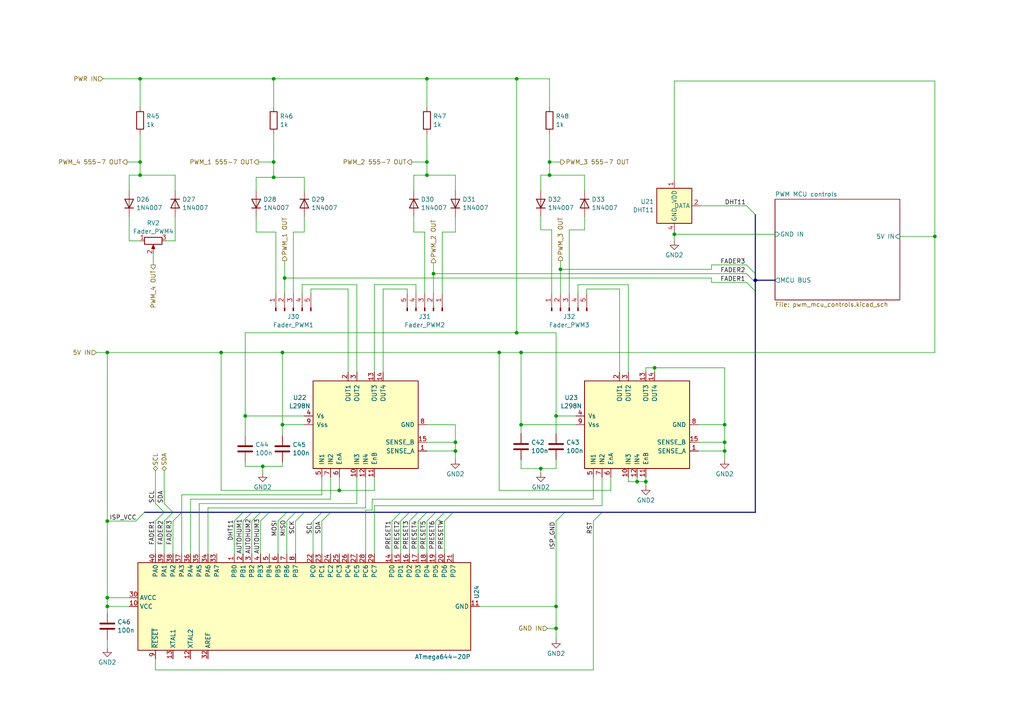
<source format=kicad_sch>
(kicad_sch (version 20230121) (generator eeschema)
  (paper "A4")
  (title_block (title "Astrobox") (date "2024-04-13") (rev "2"))
  (lib_symbols
    (symbol "Connector:Conn_01x05_Pin" (pin_names (offset 1.016) hide)
      (property "Reference" "J" (at 0 7.62 0))
      (property "Value" "Conn_01x05_Pin" (at 0 -7.62 0))
      (symbol "Conn_01x05_Pin_1_1"
        (polyline (pts (xy 1.27 -5.08) (xy 0.8636 -5.08)) (stroke (width 0.1524)))
        (polyline (pts (xy 1.27 -2.54) (xy 0.8636 -2.54)) (stroke (width 0.1524)))
        (polyline (pts (xy 1.27 0) (xy 0.8636 0)) (stroke (width 0.1524)))
        (polyline (pts (xy 1.27 2.54) (xy 0.8636 2.54)) (stroke (width 0.1524)))
        (polyline (pts (xy 1.27 5.08) (xy 0.8636 5.08)) (stroke (width 0.1524)))
        (rectangle (start 0.8636 -4.953) (end 0 -5.207) (stroke (width 0.1524)) (fill (type outline)))
        (rectangle (start 0.8636 -2.413) (end 0 -2.667) (stroke (width 0.1524)) (fill (type outline)))
        (rectangle (start 0.8636 0.127) (end 0 -0.127) (stroke (width 0.1524)) (fill (type outline)))
        (rectangle (start 0.8636 2.667) (end 0 2.413) (stroke (width 0.1524)) (fill (type outline)))
        (rectangle (start 0.8636 5.207) (end 0 4.953) (stroke (width 0.1524)) (fill (type outline)))
        (pin passive line (at 5.08 5.08 180) (length 3.81) (name "Pin_1") (number "1"))
        (pin passive line (at 5.08 2.54 180) (length 3.81) (name "Pin_2") (number "2"))
        (pin passive line (at 5.08 0 180) (length 3.81) (name "Pin_3") (number "3"))
        (pin passive line (at 5.08 -2.54 180) (length 3.81) (name "Pin_4") (number "4"))
        (pin passive line (at 5.08 -5.08 180) (length 3.81) (name "Pin_5") (number "5"))
      )
    )
    (symbol "Device:C" (pin_numbers hide) (pin_names (offset 0.254))
      (property "Reference" "C" (at 0.635 2.54 0))
      (property "Value" "C" (at 0.635 -2.54 0))
      (symbol "C_0_1"
        (polyline (pts (xy -2.032 -0.762) (xy 2.032 -0.762)) (stroke (width 0.508)))
        (polyline (pts (xy -2.032 0.762) (xy 2.032 0.762)) (stroke (width 0.508)))
      )
      (symbol "C_1_1"
        (pin passive line (at 0 3.81 270) (length 2.794) (name "~") (number "1"))
        (pin passive line (at 0 -3.81 90) (length 2.794) (name "~") (number "2"))
      )
    )
    (symbol "Device:R" (pin_numbers hide) (pin_names (offset 0))
      (property "Reference" "R" (at 2.032 0 90))
      (property "Value" "R" (at 0 0 90))
      (symbol "R_0_1"
        (rectangle (start -1.016 -2.54) (end 1.016 2.54) (stroke (width 0.254)))
      )
      (symbol "R_1_1"
        (pin passive line (at 0 3.81 270) (length 1.27) (name "~") (number "1"))
        (pin passive line (at 0 -3.81 90) (length 1.27) (name "~") (number "2"))
      )
    )
    (symbol "Device:R_Potentiometer" (pin_names (offset 1.016) hide)
      (property "Reference" "RV" (at -4.445 0 90))
      (property "Value" "R_Potentiometer" (at -2.54 0 90))
      (symbol "R_Potentiometer_0_1"
        (polyline (pts (xy 2.54 0) (xy 1.524 0)))
        (polyline (pts (xy 1.143 0) (xy 2.286 0.508) (xy 2.286 -0.508) (xy 1.143 0)) (fill (type outline)))
        (rectangle (start 1.016 2.54) (end -1.016 -2.54) (stroke (width 0.254)))
      )
      (symbol "R_Potentiometer_1_1"
        (pin passive line (at 0 3.81 270) (length 1.27) (name "1") (number "1"))
        (pin passive line (at 3.81 0 180) (length 1.27) (name "2") (number "2"))
        (pin passive line (at 0 -3.81 90) (length 1.27) (name "3") (number "3"))
      )
    )
    (symbol "Diode:1N4007" (pin_numbers hide) (pin_names hide)
      (property "Reference" "D" (at 0 2.54 0))
      (property "Value" "1N4007" (at 0 -2.54 0))
      (symbol "1N4007_0_1"
        (polyline (pts (xy -1.27 1.27) (xy -1.27 -1.27)) (stroke (width 0.254)))
        (polyline (pts (xy 1.27 0) (xy -1.27 0)))
        (polyline (pts (xy 1.27 1.27) (xy 1.27 -1.27) (xy -1.27 0) (xy 1.27 1.27)) (stroke (width 0.254)))
      )
      (symbol "1N4007_1_1"
        (pin passive line (at -3.81 0 0) (length 2.54) (name "K") (number "1"))
        (pin passive line (at 3.81 0 180) (length 2.54) (name "A") (number "2"))
      )
    )
    (symbol "Driver_Motor:L298N" (pin_names (offset 1.016))
      (property "Reference" "U" (at -10.16 16.51 0))
      (property "Value" "L298N" (at 12.7 16.51 0))
      (symbol "L298N_0_1"
        (rectangle (start -12.7 15.24) (end 12.7 -15.24) (stroke (width 0.254)) (fill (type background)))
      )
      (symbol "L298N_1_1"
        (pin power_in line (at -7.62 -17.78 90) (length 2.54) (name "SENSE_A") (number "1"))
        (pin input line (at -15.24 2.54 0) (length 2.54) (name "IN3") (number "10"))
        (pin input line (at -15.24 -2.54 0) (length 2.54) (name "EnB") (number "11"))
        (pin input line (at -15.24 0 0) (length 2.54) (name "IN4") (number "12"))
        (pin output line (at 15.24 -2.54 180) (length 2.54) (name "OUT3") (number "13"))
        (pin output line (at 15.24 -5.08 180) (length 2.54) (name "OUT4") (number "14"))
        (pin power_in line (at -5.08 -17.78 90) (length 2.54) (name "SENSE_B") (number "15"))
        (pin output line (at 15.24 5.08 180) (length 2.54) (name "OUT1") (number "2"))
        (pin output line (at 15.24 2.54 180) (length 2.54) (name "OUT2") (number "3"))
        (pin power_in line (at 2.54 17.78 270) (length 2.54) (name "Vs") (number "4"))
        (pin input line (at -15.24 12.7 0) (length 2.54) (name "IN1") (number "5"))
        (pin input line (at -15.24 7.62 0) (length 2.54) (name "EnA") (number "6"))
        (pin input line (at -15.24 10.16 0) (length 2.54) (name "IN2") (number "7"))
        (pin power_in line (at 0 -17.78 90) (length 2.54) (name "GND") (number "8"))
        (pin power_in line (at 0 17.78 270) (length 2.54) (name "Vss") (number "9"))
      )
    )
    (symbol "MCU_Microchip_ATmega:ATmega644-20P"
      (property "Reference" "U" (at -12.7 49.53 0))
      (property "Value" "ATmega644-20P" (at 2.54 -49.53 0))
      (symbol "ATmega644-20P_0_1"
        (rectangle (start -12.7 -48.26) (end 12.7 48.26) (stroke (width 0.254)) (fill (type background)))
      )
      (symbol "ATmega644-20P_1_1"
        (pin bidirectional line (at 15.24 20.32 180) (length 2.54) (name "PB0") (number "1"))
        (pin power_in line (at 0 50.8 270) (length 2.54) (name "VCC") (number "10"))
        (pin power_in line (at 0 -50.8 90) (length 2.54) (name "GND") (number "11"))
        (pin output line (at -15.24 33.02 0) (length 2.54) (name "XTAL2") (number "12"))
        (pin input line (at -15.24 38.1 0) (length 2.54) (name "XTAL1") (number "13"))
        (pin bidirectional line (at 15.24 -25.4 180) (length 2.54) (name "PD0") (number "14"))
        (pin bidirectional line (at 15.24 -27.94 180) (length 2.54) (name "PD1") (number "15"))
        (pin bidirectional line (at 15.24 -30.48 180) (length 2.54) (name "PD2") (number "16"))
        (pin bidirectional line (at 15.24 -33.02 180) (length 2.54) (name "PD3") (number "17"))
        (pin bidirectional line (at 15.24 -35.56 180) (length 2.54) (name "PD4") (number "18"))
        (pin bidirectional line (at 15.24 -38.1 180) (length 2.54) (name "PD5") (number "19"))
        (pin bidirectional line (at 15.24 17.78 180) (length 2.54) (name "PB1") (number "2"))
        (pin bidirectional line (at 15.24 -40.64 180) (length 2.54) (name "PD6") (number "20"))
        (pin bidirectional line (at 15.24 -43.18 180) (length 2.54) (name "PD7") (number "21"))
        (pin bidirectional line (at 15.24 -2.54 180) (length 2.54) (name "PC0") (number "22"))
        (pin bidirectional line (at 15.24 -5.08 180) (length 2.54) (name "PC1") (number "23"))
        (pin bidirectional line (at 15.24 -7.62 180) (length 2.54) (name "PC2") (number "24"))
        (pin bidirectional line (at 15.24 -10.16 180) (length 2.54) (name "PC3") (number "25"))
        (pin bidirectional line (at 15.24 -12.7 180) (length 2.54) (name "PC4") (number "26"))
        (pin bidirectional line (at 15.24 -15.24 180) (length 2.54) (name "PC5") (number "27"))
        (pin bidirectional line (at 15.24 -17.78 180) (length 2.54) (name "PC6") (number "28"))
        (pin bidirectional line (at 15.24 -20.32 180) (length 2.54) (name "PC7") (number "29"))
        (pin bidirectional line (at 15.24 15.24 180) (length 2.54) (name "PB2") (number "3"))
        (pin power_in line (at 2.54 50.8 270) (length 2.54) (name "AVCC") (number "30"))
        (pin passive line (at 0 -50.8 90) (length 2.54) hide (name "GND") (number "31"))
        (pin passive line (at -15.24 27.94 0) (length 2.54) (name "AREF") (number "32"))
        (pin bidirectional line (at 15.24 25.4 180) (length 2.54) (name "PA7") (number "33"))
        (pin bidirectional line (at 15.24 27.94 180) (length 2.54) (name "PA6") (number "34"))
        (pin bidirectional line (at 15.24 30.48 180) (length 2.54) (name "PA5") (number "35"))
        (pin bidirectional line (at 15.24 33.02 180) (length 2.54) (name "PA4") (number "36"))
        (pin bidirectional line (at 15.24 35.56 180) (length 2.54) (name "PA3") (number "37"))
        (pin bidirectional line (at 15.24 38.1 180) (length 2.54) (name "PA2") (number "38"))
        (pin bidirectional line (at 15.24 40.64 180) (length 2.54) (name "PA1") (number "39"))
        (pin bidirectional line (at 15.24 12.7 180) (length 2.54) (name "PB3") (number "4"))
        (pin bidirectional line (at 15.24 43.18 180) (length 2.54) (name "PA0") (number "40"))
        (pin bidirectional line (at 15.24 10.16 180) (length 2.54) (name "PB4") (number "5"))
        (pin bidirectional line (at 15.24 7.62 180) (length 2.54) (name "PB5") (number "6"))
        (pin bidirectional line (at 15.24 5.08 180) (length 2.54) (name "PB6") (number "7"))
        (pin bidirectional line (at 15.24 2.54 180) (length 2.54) (name "PB7") (number "8"))
        (pin input line (at -15.24 43.18 0) (length 2.54) (name "~{RESET}") (number "9"))
      )
    )
    (symbol "Sensor:DHT11"
      (property "Reference" "U" (at -3.81 6.35 0))
      (property "Value" "DHT11" (at 3.81 6.35 0))
      (symbol "DHT11_0_1"
        (rectangle (start -5.08 5.08) (end 5.08 -5.08) (stroke (width 0.254)) (fill (type background)))
      )
      (symbol "DHT11_1_1"
        (pin power_in line (at 0 7.62 270) (length 2.54) (name "VDD") (number "1"))
        (pin bidirectional line (at 7.62 0 180) (length 2.54) (name "DATA") (number "2"))
        (pin no_connect line (at -5.08 0 0) (length 2.54) hide (name "NC") (number "3"))
        (pin power_in line (at 0 -7.62 90) (length 2.54) (name "GND") (number "4"))
      )
    )
    (symbol "power:GND2" (power) (pin_names (offset 0))
      (property "Value" "GND2" (at 0 -3.81 0))
      (symbol "GND2_0_1"
        (polyline (pts (xy 0 0) (xy 0 -1.27) (xy 1.27 -1.27) (xy 0 -2.54) (xy -1.27 -1.27) (xy 0 -1.27)))
      )
      (symbol "GND2_1_1"
        (pin power_in line (at 0 0 270) (length 0) hide (name "GND2") (number "1"))
      )
    )
  )
  (junction (at 210.185 130.81))
  (junction (at 81.915 102.235))
  (junction (at 31.115 173.355))
  (junction (at 161.29 182.245))
  (junction (at 79.375 46.99))
  (junction (at 162.56 78.105))
  (junction (at 210.185 128.27))
  (junction (at 132.08 128.27))
  (junction (at 184.785 139.7))
  (junction (at 64.135 102.235))
  (junction (at 187.325 139.7))
  (junction (at 151.13 123.19))
  (junction (at 219.075 81.28))
  (junction (at 40.64 22.86))
  (junction (at 40.64 50.8))
  (junction (at 79.375 51.435))
  (junction (at 271.145 68.58))
  (junction (at 82.55 80.645))
  (junction (at 156.845 135.89))
  (junction (at 71.12 120.65))
  (junction (at 161.29 120.65))
  (junction (at 79.375 22.86))
  (junction (at 31.115 102.235))
  (junction (at 144.78 102.235))
  (junction (at 123.825 22.86))
  (junction (at 98.425 142.24))
  (junction (at 132.08 130.81))
  (junction (at 189.865 106.68))
  (junction (at 151.13 102.235))
  (junction (at 123.825 46.99))
  (junction (at 31.115 175.895))
  (junction (at 149.86 22.86))
  (junction (at 40.64 46.99))
  (junction (at 210.185 123.19))
  (junction (at 161.29 175.895))
  (junction (at 159.385 50.8))
  (junction (at 76.2 135.255))
  (junction (at 123.825 50.8))
  (junction (at 81.915 123.19))
  (junction (at 195.58 67.945))
  (junction (at 31.115 151.13))
  (junction (at 125.73 79.375))
  (junction (at 149.86 96.52))
  (junction (at 159.385 46.99))
  (no_connect (at -46.99 125.095))
  (bus_entry (at 123.825 151.13) (size 2.54 -2.54))
  (bus_entry (at 219.075 62.23) (size -2.54 -2.54))
  (bus_entry (at 116.205 151.13) (size 2.54 -2.54))
  (bus_entry (at 219.075 81.915) (size -2.54 -2.54))
  (bus_entry (at 45.085 151.13) (size 2.54 -2.54))
  (bus_entry (at 47.625 151.13) (size 2.54 -2.54))
  (bus_entry (at 39.37 151.13) (size 2.54 -2.54))
  (bus_entry (at 219.075 79.375) (size -2.54 -2.54))
  (bus_entry (at 45.085 146.05) (size 2.54 2.54))
  (bus_entry (at 67.945 151.13) (size 2.54 -2.54))
  (bus_entry (at 219.075 84.455) (size -2.54 -2.54))
  (bus_entry (at 128.905 151.13) (size 2.54 -2.54))
  (bus_entry (at 83.185 151.13) (size 2.54 -2.54))
  (bus_entry (at 118.745 151.13) (size 2.54 -2.54))
  (bus_entry (at 90.805 151.13) (size 2.54 -2.54))
  (bus_entry (at 121.285 151.13) (size 2.54 -2.54))
  (bus_entry (at 113.665 151.13) (size 2.54 -2.54))
  (bus_entry (at 75.565 151.13) (size 2.54 -2.54))
  (bus_entry (at 172.085 151.13) (size 2.54 -2.54))
  (bus_entry (at 73.025 151.13) (size 2.54 -2.54))
  (bus_entry (at 70.485 151.13) (size 2.54 -2.54))
  (bus_entry (at 50.165 151.13) (size 2.54 -2.54))
  (bus_entry (at 93.345 151.13) (size 2.54 -2.54))
  (bus_entry (at 80.645 151.13) (size 2.54 -2.54))
  (bus_entry (at 161.29 151.13) (size 2.54 -2.54))
  (bus_entry (at 47.625 146.05) (size 2.54 2.54))
  (bus_entry (at 126.365 151.13) (size 2.54 -2.54))
  (bus_entry (at 85.725 151.13) (size 2.54 -2.54))
  (wire (pts (xy 31.115 151.13) (xy 31.115 173.355)))
  (wire (pts (xy 210.185 123.19) (xy 210.185 128.27)))
  (wire (pts (xy 172.085 151.13) (xy 172.085 194.31)))
  (wire (pts (xy 165.1 66.675) (xy 169.545 66.675)))
  (wire (pts (xy 81.915 102.235) (xy 144.78 102.235)))
  (wire (pts (xy 195.58 67.945) (xy 195.58 69.85)))
  (wire (pts (xy 81.915 123.19) (xy 81.915 126.365)))
  (wire (pts (xy 40.64 22.86) (xy 79.375 22.86)))
  (wire (pts (xy 82.55 75.565) (xy 82.55 80.645)))
  (wire (pts (xy 36.83 46.99) (xy 40.64 46.99)))
  (bus (pts (xy 219.075 79.375) (xy 219.075 81.28)))
  (wire (pts (xy 64.135 102.235) (xy 81.915 102.235)))
  (wire (pts (xy 37.465 62.865) (xy 37.465 69.85)))
  (wire (pts (xy 74.295 62.865) (xy 74.295 67.31)))
  (wire (pts (xy 187.325 138.43) (xy 187.325 139.7)))
  (wire (pts (xy 123.825 128.27) (xy 132.08 128.27)))
  (wire (pts (xy 123.825 38.735) (xy 123.825 46.99)))
  (wire (pts (xy 182.245 139.7) (xy 184.785 139.7)))
  (wire (pts (xy 83.185 151.13) (xy 83.185 160.655)))
  (wire (pts (xy 108.585 146.685) (xy 174.625 146.685)))
  (wire (pts (xy 121.285 151.13) (xy 121.285 160.655)))
  (wire (pts (xy 123.825 151.13) (xy 123.825 160.655)))
  (wire (pts (xy 165.1 66.675) (xy 165.1 85.09)))
  (wire (pts (xy 71.12 135.255) (xy 76.2 135.255)))
  (wire (pts (xy 82.55 80.645) (xy 206.375 80.645)))
  (wire (pts (xy 98.425 138.43) (xy 98.425 142.24)))
  (wire (pts (xy 71.12 133.985) (xy 71.12 135.255)))
  (wire (pts (xy 132.08 128.27) (xy 132.08 130.81)))
  (wire (pts (xy 76.2 135.255) (xy 81.915 135.255)))
  (wire (pts (xy 40.64 46.99) (xy 40.64 38.735)))
  (wire (pts (xy 271.145 102.235) (xy 271.145 68.58)))
  (wire (pts (xy 80.01 67.31) (xy 80.01 85.09)))
  (bus (pts (xy 116.205 148.59) (xy 118.745 148.59)))
  (wire (pts (xy 123.825 22.86) (xy 149.86 22.86)))
  (wire (pts (xy 37.465 175.895) (xy 31.115 175.895)))
  (wire (pts (xy 156.845 50.8) (xy 159.385 50.8)))
  (wire (pts (xy 118.11 85.09) (xy 118.11 83.82)))
  (wire (pts (xy 161.29 182.245) (xy 161.29 185.42)))
  (bus (pts (xy 219.075 81.28) (xy 219.075 81.915)))
  (wire (pts (xy 79.375 38.735) (xy 79.375 46.99)))
  (wire (pts (xy 81.915 102.235) (xy 81.915 123.19)))
  (wire (pts (xy 111.125 83.82) (xy 118.11 83.82)))
  (wire (pts (xy 206.375 80.645) (xy 206.375 81.915)))
  (wire (pts (xy 79.375 46.99) (xy 79.375 51.435)))
  (wire (pts (xy 113.665 151.13) (xy 113.665 160.655)))
  (wire (pts (xy 202.565 123.19) (xy 210.185 123.19)))
  (wire (pts (xy 132.08 50.8) (xy 132.08 55.245)))
  (wire (pts (xy 151.13 102.235) (xy 151.13 123.19)))
  (wire (pts (xy 85.09 67.31) (xy 88.265 67.31)))
  (wire (pts (xy 151.13 135.89) (xy 156.845 135.89)))
  (wire (pts (xy 123.19 67.31) (xy 120.015 67.31)))
  (wire (pts (xy 158.75 182.245) (xy 161.29 182.245)))
  (bus (pts (xy 47.625 148.59) (xy 50.165 148.59)))
  (wire (pts (xy 85.725 151.13) (xy 85.725 160.655)))
  (wire (pts (xy 73.025 151.13) (xy 73.025 160.655)))
  (wire (pts (xy 210.185 128.27) (xy 210.185 130.81)))
  (wire (pts (xy 79.375 46.99) (xy 74.93 46.99)))
  (wire (pts (xy 75.565 151.13) (xy 75.565 160.655)))
  (bus (pts (xy 73.025 148.59) (xy 75.565 148.59)))
  (wire (pts (xy 128.27 67.31) (xy 132.08 67.31)))
  (wire (pts (xy 144.78 102.235) (xy 151.13 102.235)))
  (wire (pts (xy 169.545 50.8) (xy 169.545 55.245)))
  (wire (pts (xy 123.825 50.8) (xy 132.08 50.8)))
  (wire (pts (xy 40.64 46.99) (xy 40.64 50.8)))
  (wire (pts (xy 45.085 146.05) (xy 45.085 136.525)))
  (wire (pts (xy 139.065 175.895) (xy 161.29 175.895)))
  (wire (pts (xy 106.045 160.655) (xy 106.045 147.955)))
  (wire (pts (xy 100.965 83.82) (xy 100.965 107.95)))
  (wire (pts (xy 206.375 81.915) (xy 216.535 81.915)))
  (wire (pts (xy 149.86 96.52) (xy 71.12 96.52)))
  (wire (pts (xy 87.63 82.55) (xy 103.505 82.55)))
  (wire (pts (xy 189.865 107.95) (xy 189.865 106.68)))
  (wire (pts (xy 128.905 151.13) (xy 128.905 160.655)))
  (wire (pts (xy 120.015 55.245) (xy 120.015 50.8)))
  (wire (pts (xy 149.86 22.86) (xy 159.385 22.86)))
  (wire (pts (xy 182.245 138.43) (xy 182.245 139.7)))
  (wire (pts (xy 88.265 51.435) (xy 79.375 51.435)))
  (bus (pts (xy 123.825 148.59) (xy 126.365 148.59)))
  (wire (pts (xy 167.64 85.09) (xy 167.64 82.55)))
  (wire (pts (xy 206.375 76.835) (xy 206.375 78.105)))
  (wire (pts (xy 162.56 78.105) (xy 206.375 78.105)))
  (wire (pts (xy 60.325 160.655) (xy 60.325 147.32)))
  (wire (pts (xy 159.385 46.99) (xy 159.385 38.735)))
  (wire (pts (xy 45.085 151.13) (xy 45.085 160.655)))
  (bus (pts (xy 52.705 148.59) (xy 70.485 148.59)))
  (wire (pts (xy 71.12 96.52) (xy 71.12 120.65)))
  (wire (pts (xy 31.115 151.13) (xy 39.37 151.13)))
  (wire (pts (xy 172.085 144.78) (xy 172.085 138.43)))
  (wire (pts (xy 37.465 69.85) (xy 40.64 69.85)))
  (wire (pts (xy 170.18 83.82) (xy 179.705 83.82)))
  (wire (pts (xy 260.985 68.58) (xy 271.145 68.58)))
  (wire (pts (xy 98.425 142.24) (xy 64.135 142.24)))
  (wire (pts (xy 31.115 175.895) (xy 31.115 177.8)))
  (wire (pts (xy 108.585 142.24) (xy 108.585 138.43)))
  (bus (pts (xy 50.165 148.59) (xy 52.705 148.59)))
  (wire (pts (xy 40.64 50.8) (xy 50.8 50.8)))
  (bus (pts (xy 219.075 81.915) (xy 219.075 84.455)))
  (wire (pts (xy 31.115 175.895) (xy 31.115 173.355)))
  (bus (pts (xy 70.485 148.59) (xy 73.025 148.59)))
  (wire (pts (xy 126.365 151.13) (xy 126.365 160.655)))
  (wire (pts (xy 70.485 151.13) (xy 70.485 160.655)))
  (wire (pts (xy 156.845 55.245) (xy 156.845 50.8)))
  (wire (pts (xy 81.915 135.255) (xy 81.915 133.985)))
  (wire (pts (xy 31.115 173.355) (xy 37.465 173.355)))
  (wire (pts (xy 123.825 22.86) (xy 123.825 31.115)))
  (wire (pts (xy 31.115 151.13) (xy 31.115 102.235)))
  (bus (pts (xy 118.745 148.59) (xy 121.285 148.59)))
  (wire (pts (xy 177.165 138.43) (xy 177.165 142.24)))
  (wire (pts (xy 106.045 138.43) (xy 106.045 147.32)))
  (wire (pts (xy 123.825 46.99) (xy 119.38 46.99)))
  (wire (pts (xy 149.86 96.52) (xy 161.29 96.52)))
  (wire (pts (xy 271.145 23.495) (xy 195.58 23.495)))
  (wire (pts (xy 44.45 73.66) (xy 44.45 76.835)))
  (wire (pts (xy 55.245 144.78) (xy 55.245 160.655)))
  (wire (pts (xy 55.245 144.78) (xy 95.885 144.78)))
  (wire (pts (xy 103.505 107.95) (xy 103.505 82.55)))
  (bus (pts (xy 128.905 148.59) (xy 131.445 148.59)))
  (wire (pts (xy 160.02 66.675) (xy 156.845 66.675)))
  (wire (pts (xy 162.56 75.565) (xy 162.56 78.105)))
  (wire (pts (xy 52.705 160.655) (xy 52.705 148.59)))
  (wire (pts (xy 76.2 135.255) (xy 76.2 137.16)))
  (wire (pts (xy 47.625 151.13) (xy 47.625 160.655)))
  (wire (pts (xy 111.125 107.95) (xy 111.125 83.82)))
  (bus (pts (xy 126.365 148.59) (xy 128.905 148.59)))
  (wire (pts (xy 29.845 22.86) (xy 40.64 22.86)))
  (wire (pts (xy 74.295 67.31) (xy 80.01 67.31)))
  (wire (pts (xy 31.115 185.42) (xy 31.115 187.96)))
  (bus (pts (xy 163.83 148.59) (xy 174.625 148.59)))
  (wire (pts (xy 93.345 143.51) (xy 93.345 138.43)))
  (wire (pts (xy 161.29 151.13) (xy 161.29 175.895)))
  (wire (pts (xy 120.65 85.09) (xy 120.65 82.55)))
  (wire (pts (xy 123.825 130.81) (xy 132.08 130.81)))
  (wire (pts (xy 195.58 67.31) (xy 195.58 67.945)))
  (wire (pts (xy 88.265 67.31) (xy 88.265 62.865)))
  (wire (pts (xy 151.13 123.19) (xy 167.005 123.19)))
  (wire (pts (xy 123.825 123.19) (xy 132.08 123.19)))
  (bus (pts (xy 219.075 84.455) (xy 219.075 148.59)))
  (wire (pts (xy 128.27 67.31) (xy 128.27 85.09)))
  (wire (pts (xy 203.2 59.69) (xy 216.535 59.69)))
  (bus (pts (xy 93.345 148.59) (xy 95.885 148.59)))
  (wire (pts (xy 79.375 22.86) (xy 79.375 31.115)))
  (wire (pts (xy 120.015 50.8) (xy 123.825 50.8)))
  (wire (pts (xy 74.295 55.245) (xy 74.295 51.435)))
  (wire (pts (xy 184.785 139.7) (xy 187.325 139.7)))
  (wire (pts (xy 120.015 67.31) (xy 120.015 62.865)))
  (bus (pts (xy 78.105 148.59) (xy 83.185 148.59)))
  (wire (pts (xy 187.325 107.95) (xy 187.325 106.68)))
  (bus (pts (xy 75.565 148.59) (xy 78.105 148.59)))
  (wire (pts (xy 125.73 76.2) (xy 125.73 79.375)))
  (wire (pts (xy 161.29 96.52) (xy 161.29 120.65)))
  (wire (pts (xy 50.8 50.8) (xy 50.8 55.245)))
  (wire (pts (xy 210.185 106.68) (xy 210.185 123.19)))
  (wire (pts (xy 116.205 151.13) (xy 116.205 160.655)))
  (wire (pts (xy 149.86 22.86) (xy 149.86 96.52)))
  (bus (pts (xy 85.725 148.59) (xy 88.265 148.59)))
  (wire (pts (xy 52.705 148.59) (xy 52.705 143.51)))
  (wire (pts (xy 202.565 128.27) (xy 210.185 128.27)))
  (bus (pts (xy 121.285 148.59) (xy 123.825 148.59)))
  (wire (pts (xy 106.045 147.955) (xy 107.95 147.955)))
  (wire (pts (xy 45.085 191.135) (xy 45.085 194.31)))
  (wire (pts (xy 47.625 146.05) (xy 47.625 136.525)))
  (wire (pts (xy 184.785 138.43) (xy 184.785 139.7)))
  (wire (pts (xy 74.295 51.435) (xy 79.375 51.435)))
  (wire (pts (xy 187.325 106.68) (xy 189.865 106.68)))
  (wire (pts (xy 71.12 120.65) (xy 88.265 120.65)))
  (wire (pts (xy 50.8 69.85) (xy 50.8 62.865)))
  (wire (pts (xy 27.94 102.235) (xy 31.115 102.235)))
  (wire (pts (xy 177.165 142.24) (xy 144.78 142.24)))
  (wire (pts (xy 82.55 80.645) (xy 82.55 85.09)))
  (wire (pts (xy 144.78 142.24) (xy 144.78 102.235)))
  (wire (pts (xy 169.545 66.675) (xy 169.545 62.865)))
  (wire (pts (xy 37.465 50.8) (xy 40.64 50.8)))
  (wire (pts (xy 271.145 68.58) (xy 271.145 23.495)))
  (wire (pts (xy 48.26 69.85) (xy 50.8 69.85)))
  (wire (pts (xy 88.265 55.245) (xy 88.265 51.435)))
  (wire (pts (xy 90.805 151.13) (xy 90.805 160.655)))
  (wire (pts (xy 31.115 102.235) (xy 64.135 102.235)))
  (wire (pts (xy 93.345 151.13) (xy 93.345 160.655)))
  (wire (pts (xy 159.385 46.99) (xy 162.56 46.99)))
  (wire (pts (xy 108.585 107.95) (xy 108.585 82.55)))
  (wire (pts (xy 125.73 79.375) (xy 216.535 79.375)))
  (wire (pts (xy 108.585 160.655) (xy 108.585 146.685)))
  (wire (pts (xy 125.73 79.375) (xy 125.73 85.09)))
  (wire (pts (xy 156.845 135.89) (xy 156.845 137.16)))
  (wire (pts (xy 132.08 130.81) (xy 132.08 133.35)))
  (wire (pts (xy 151.13 102.235) (xy 271.145 102.235)))
  (wire (pts (xy 107.95 144.78) (xy 172.085 144.78)))
  (wire (pts (xy 189.865 106.68) (xy 210.185 106.68)))
  (wire (pts (xy 210.185 130.81) (xy 210.185 133.35)))
  (wire (pts (xy 161.29 135.89) (xy 161.29 133.35)))
  (wire (pts (xy 161.29 120.65) (xy 167.005 120.65)))
  (wire (pts (xy 50.165 151.13) (xy 50.165 160.655)))
  (wire (pts (xy 132.08 123.19) (xy 132.08 128.27)))
  (wire (pts (xy 156.845 66.675) (xy 156.845 62.865)))
  (wire (pts (xy 95.885 144.78) (xy 95.885 138.43)))
  (bus (pts (xy 219.075 62.23) (xy 219.075 79.375)))
  (wire (pts (xy 45.085 194.31) (xy 172.085 194.31)))
  (wire (pts (xy 85.09 67.31) (xy 85.09 85.09)))
  (wire (pts (xy 64.135 142.24) (xy 64.135 102.235)))
  (wire (pts (xy 60.325 147.32) (xy 106.045 147.32)))
  (wire (pts (xy 52.705 143.51) (xy 93.345 143.51)))
  (wire (pts (xy 159.385 31.115) (xy 159.385 22.86)))
  (wire (pts (xy 37.465 55.245) (xy 37.465 50.8)))
  (bus (pts (xy 95.885 148.59) (xy 116.205 148.59)))
  (bus (pts (xy 41.91 148.59) (xy 47.625 148.59)))
  (bus (pts (xy 219.075 81.28) (xy 224.79 81.28)))
  (wire (pts (xy 98.425 142.24) (xy 108.585 142.24)))
  (wire (pts (xy 182.245 107.95) (xy 182.245 82.55)))
  (wire (pts (xy 174.625 146.685) (xy 174.625 138.43)))
  (wire (pts (xy 79.375 22.86) (xy 123.825 22.86)))
  (wire (pts (xy 107.95 147.955) (xy 107.95 144.78)))
  (wire (pts (xy 167.64 82.55) (xy 182.245 82.55)))
  (wire (pts (xy 160.02 66.675) (xy 160.02 85.09)))
  (wire (pts (xy 71.12 120.65) (xy 71.12 126.365)))
  (wire (pts (xy 187.325 139.7) (xy 187.325 140.97)))
  (wire (pts (xy 151.13 123.19) (xy 151.13 125.73)))
  (wire (pts (xy 57.785 146.05) (xy 103.505 146.05)))
  (wire (pts (xy 80.645 151.13) (xy 80.645 160.655)))
  (wire (pts (xy 224.79 67.945) (xy 195.58 67.945)))
  (wire (pts (xy 132.08 67.31) (xy 132.08 62.865)))
  (bus (pts (xy 88.265 148.59) (xy 93.345 148.59)))
  (wire (pts (xy 40.64 22.86) (xy 40.64 31.115)))
  (wire (pts (xy 87.63 82.55) (xy 87.63 85.09)))
  (wire (pts (xy 159.385 46.99) (xy 159.385 50.8)))
  (wire (pts (xy 170.18 85.09) (xy 170.18 83.82)))
  (wire (pts (xy 118.745 151.13) (xy 118.745 160.655)))
  (wire (pts (xy 202.565 130.81) (xy 210.185 130.81)))
  (wire (pts (xy 123.825 46.99) (xy 123.825 50.8)))
  (wire (pts (xy 123.19 67.31) (xy 123.19 85.09)))
  (wire (pts (xy 67.945 151.13) (xy 67.945 160.655)))
  (wire (pts (xy 179.705 107.95) (xy 179.705 83.82)))
  (wire (pts (xy 81.915 123.19) (xy 88.265 123.19)))
  (wire (pts (xy 156.845 135.89) (xy 161.29 135.89)))
  (wire (pts (xy 90.17 85.09) (xy 90.17 83.82)))
  (wire (pts (xy 161.29 175.895) (xy 161.29 182.245)))
  (bus (pts (xy 131.445 148.59) (xy 163.83 148.59)))
  (wire (pts (xy 159.385 50.8) (xy 169.545 50.8)))
  (bus (pts (xy 83.185 148.59) (xy 85.725 148.59)))
  (wire (pts (xy 103.505 146.05) (xy 103.505 138.43)))
  (wire (pts (xy 195.58 23.495) (xy 195.58 52.07)))
  (wire (pts (xy 90.17 83.82) (xy 100.965 83.82)))
  (wire (pts (xy 161.29 120.65) (xy 161.29 125.73)))
  (wire (pts (xy 108.585 82.55) (xy 120.65 82.55)))
  (bus (pts (xy 174.625 148.59) (xy 219.075 148.59)))
  (wire (pts (xy 216.535 76.835) (xy 206.375 76.835)))
  (wire (pts (xy 57.785 160.655) (xy 57.785 146.05)))
  (wire (pts (xy 162.56 78.105) (xy 162.56 85.09)))
  (wire (pts (xy 151.13 133.35) (xy 151.13 135.89)))
  (label "FADER1" (at 208.915 81.915 0))
  (label "RST" (at 172.085 154.94 90))
  (label "SCL" (at 45.085 142.24 270))
  (label "SDA" (at 93.345 154.94 90))
  (label "FADER1" (at 45.085 158.115 90))
  (label "AUTOHUM3" (at 75.565 160.655 90))
  (label "MISO" (at 83.185 155.575 90))
  (label "PRESET6" (at 126.365 159.385 90))
  (label "MOSI" (at 80.645 155.575 90))
  (label "FADER3" (at 208.915 76.835 0))
  (label "ISP_GND" (at 161.29 159.385 90))
  (label "SCK" (at 85.725 154.94 90))
  (label "FADER2" (at 47.625 158.115 90))
  (label "FADER3" (at 50.165 158.115 90))
  (label "FADER2" (at 208.915 79.375 0))
  (label "SCL" (at 90.805 154.94 90))
  (label "ISP_VCC" (at 31.75 151.13 0))
  (label "PRESET1" (at 113.665 159.385 90))
  (label "AUTOHUM2" (at 73.025 160.655 90))
  (label "DHT11" (at 67.945 156.845 90))
  (label "SDA" (at 47.625 142.24 270))
  (label "PRESET2" (at 116.205 159.385 90))
  (label "AUTOHUM1" (at 70.485 160.655 90))
  (label "DHT11" (at 210.185 59.69 0))
  (label "PRESET4" (at 121.285 159.385 90))
  (label "PRESET3" (at 118.745 159.385 90))
  (label "PRESETW" (at 128.905 159.385 90))
  (label "PRESET5" (at 123.825 159.385 90))
  (hierarchical_label "PWM_4 OUT" (shape output) (at 44.45 76.835 270))
  (hierarchical_label "GND IN" (shape input) (at 158.75 182.245 180))
  (hierarchical_label "PWR IN" (shape input) (at 29.845 22.86 180))
  (hierarchical_label "PWM_4 555-7 OUT" (shape output) (at 36.83 46.99 180))
  (hierarchical_label "PWM_2 555-7 OUT" (shape output) (at 119.38 46.99 180))
  (hierarchical_label "SDA" (shape bidirectional) (at 47.625 136.525 90))
  (hierarchical_label "SCL" (shape bidirectional) (at 45.085 136.525 90))
  (hierarchical_label "PWM_1 555-7 OUT" (shape output) (at 74.93 46.99 180))
  (hierarchical_label "PWM_3 OUT" (shape output) (at 162.56 75.565 90))
  (hierarchical_label "PWM_2 OUT" (shape output) (at 125.73 76.2 90))
  (hierarchical_label "PWM_1 OUT" (shape output) (at 82.55 75.565 90))
  (hierarchical_label "5V IN" (shape input) (at 27.94 102.235 180))
  (hierarchical_label "PWM_3 555-7 OUT" (shape output) (at 162.56 46.99 0))
  (symbol (lib_id "Device:C") (at 71.12 130.175 0) (unit 1)
    (property "Reference" "C44" (at 74.041 128.9629 0) (effects (justify left)))
    (property "Value" "100n" (at 74.041 131.3871 0) (effects (justify left)))
    (property "Footprint" "Capacitor_THT:C_Disc_D5.0mm_W2.5mm_P2.50mm" (effects hide))
  )
  (symbol (lib_id "power:GND2") (at 210.185 133.35 0) (unit 1)
    (property "Reference" "#PWR055" (effects hide))
    (property "Value" "GND2" (at 210.185 137.4831 0))
  )
  (symbol (lib_id "Device:R") (at 40.64 34.925 0) (unit 1)
    (property "Reference" "R45" (at 42.418 33.7129 0) (effects (justify left)))
    (property "Value" "1k" (at 42.418 36.1371 0) (effects (justify left)))
    (property "Footprint" "Resistor_THT:R_Axial_DIN0309_L9.0mm_D3.2mm_P12.70mm_Horizontal" (effects hide))
  )
  (symbol (lib_id "power:GND2") (at 132.08 133.35 0) (unit 1)
    (property "Reference" "#PWR054" (effects hide))
    (property "Value" "GND2" (at 132.08 137.4831 0))
  )
  (symbol (lib_id "Diode:1N4007") (at 88.265 59.055 270) (unit 1)
    (property "Reference" "D29" (at 90.297 57.8429 90) (effects (justify left)))
    (property "Value" "1N4007" (at 90.297 60.2671 90) (effects (justify left)))
    (property "Footprint" "Diode_THT:D_DO-41_SOD81_P10.16mm_Horizontal" (effects hide))
    (property "Datasheet" "http://www.vishay.com/docs/88503/1n4001.pdf" (effects hide))
    (property "Sim.Device" "D" (effects hide))
    (property "Sim.Pins" "1=K 2=A" (effects hide))
  )
  (symbol (lib_id "Driver_Motor:L298N") (at 106.045 123.19 90) (unit 1)
    (property "Reference" "U22" (at 86.9383 115.3276 90))
    (property "Value" "L298N" (at 86.9383 117.7518 90))
    (property "Footprint" "Package_TO_SOT_THT:TO-220-15_P2.54x2.54mm_StaggerOdd_Lead4.58mm_Vertical" (effects hide))
    (property "Datasheet" "http://www.st.com/st-web-ui/static/active/en/resource/technical/document/datasheet/CD00000240.pdf" (effects hide))
  )
  (symbol (lib_id "MCU_Microchip_ATmega:ATmega644-20P") (at 88.265 175.895 90) (unit 1)
    (property "Reference" "U24" (at 138.2451 173.7009 0) (effects (justify left)))
    (property "Value" "ATmega644-20P" (at 136.525 190.5 90) (effects (justify left)))
    (property "Footprint" "Package_DIP:DIP-40_W15.24mm" (effects hide))
    (property "Datasheet" "http://ww1.microchip.com/downloads/en/DeviceDoc/doc2593.pdf" (effects hide))
  )
  (symbol (lib_id "Device:C") (at 151.13 129.54 0) (unit 1)
    (property "Reference" "C42" (at 154.051 128.3279 0) (effects (justify left)))
    (property "Value" "100n" (at 154.051 130.7521 0) (effects (justify left)))
    (property "Footprint" "Capacitor_THT:C_Disc_D5.0mm_W2.5mm_P2.50mm" (effects hide))
  )
  (symbol (lib_id "power:GND2") (at 156.845 137.16 0) (unit 1)
    (property "Reference" "#PWR057" (effects hide))
    (property "Value" "GND2" (at 156.845 141.2931 0))
  )
  (symbol (lib_id "Device:R") (at 159.385 34.925 0) (unit 1)
    (property "Reference" "R48" (at 161.163 33.7129 0) (effects (justify left)))
    (property "Value" "1k" (at 161.163 36.1371 0) (effects (justify left)))
    (property "Footprint" "Resistor_THT:R_Axial_DIN0309_L9.0mm_D3.2mm_P12.70mm_Horizontal" (effects hide))
  )
  (symbol (lib_id "power:GND2") (at 195.58 69.85 0) (unit 1)
    (property "Reference" "#PWR053" (effects hide))
    (property "Value" "GND2" (at 195.58 73.9831 0))
  )
  (symbol (lib_id "Diode:1N4007") (at 156.845 59.055 90) (unit 1)
    (property "Reference" "D32" (at 158.877 57.8429 90) (effects (justify right)))
    (property "Value" "1N4007" (at 158.877 60.2671 90) (effects (justify right)))
    (property "Footprint" "Diode_THT:D_DO-41_SOD81_P10.16mm_Horizontal" (effects hide))
    (property "Datasheet" "http://www.vishay.com/docs/88503/1n4001.pdf" (effects hide))
    (property "Sim.Device" "D" (effects hide))
    (property "Sim.Pins" "1=K 2=A" (effects hide))
  )
  (symbol (lib_id "power:GND2") (at 31.115 187.96 0) (unit 1)
    (property "Reference" "#PWR060" (effects hide))
    (property "Value" "GND2" (at 31.115 192.0931 0))
  )
  (symbol (lib_id "Connector:Conn_01x05_Pin") (at 85.09 90.17 90) (unit 1)
    (property "Reference" "J30" (at 85.09 91.8393 90))
    (property "Value" "Fader_PWM1" (at 85.09 94.2635 90))
    (property "Footprint" "Connector_PinHeader_2.54mm:PinHeader_1x05_P2.54mm_Vertical" (effects hide))
  )
  (symbol (lib_id "Device:R") (at 123.825 34.925 0) (unit 1)
    (property "Reference" "R47" (at 125.603 33.7129 0) (effects (justify left)))
    (property "Value" "1k" (at 125.603 36.1371 0) (effects (justify left)))
    (property "Footprint" "Resistor_THT:R_Axial_DIN0309_L9.0mm_D3.2mm_P12.70mm_Horizontal" (effects hide))
  )
  (symbol (lib_id "Driver_Motor:L298N") (at 184.785 123.19 90) (unit 1)
    (property "Reference" "U23" (at 165.6783 115.3276 90))
    (property "Value" "L298N" (at 165.6783 117.7518 90))
    (property "Footprint" "Package_TO_SOT_THT:TO-220-15_P2.54x2.54mm_StaggerOdd_Lead4.58mm_Vertical" (effects hide))
    (property "Datasheet" "http://www.st.com/st-web-ui/static/active/en/resource/technical/document/datasheet/CD00000240.pdf" (effects hide))
  )
  (symbol (lib_id "Diode:1N4007") (at 132.08 59.055 90) (unit 1)
    (property "Reference" "D31" (at 134.112 57.8429 90) (effects (justify right)))
    (property "Value" "1N4007" (at 134.112 60.2671 90) (effects (justify right)))
    (property "Footprint" "Diode_THT:D_DO-41_SOD81_P10.16mm_Horizontal" (effects hide))
    (property "Datasheet" "http://www.vishay.com/docs/88503/1n4001.pdf" (effects hide))
    (property "Sim.Device" "D" (effects hide))
    (property "Sim.Pins" "1=K 2=A" (effects hide))
  )
  (symbol (lib_id "power:GND2") (at 161.29 185.42 0) (unit 1)
    (property "Reference" "#PWR059" (effects hide))
    (property "Value" "GND2" (at 161.29 189.5531 0))
  )
  (symbol (lib_id "Device:C") (at 161.29 129.54 0) (unit 1)
    (property "Reference" "C43" (at 164.211 128.3279 0) (effects (justify left)))
    (property "Value" "100n" (at 164.211 130.7521 0) (effects (justify left)))
    (property "Footprint" "Capacitor_THT:C_Disc_D5.0mm_W2.5mm_P2.50mm" (effects hide))
  )
  (symbol (lib_id "power:GND2") (at 76.2 137.16 0) (unit 1)
    (property "Reference" "#PWR056" (effects hide))
    (property "Value" "GND2" (at 76.2 141.2931 0))
  )
  (symbol (lib_id "Diode:1N4007") (at 169.545 59.055 270) (unit 1)
    (property "Reference" "D33" (at 171.577 57.8429 90) (effects (justify left)))
    (property "Value" "1N4007" (at 171.577 60.2671 90) (effects (justify left)))
    (property "Footprint" "Diode_THT:D_DO-41_SOD81_P10.16mm_Horizontal" (effects hide))
    (property "Datasheet" "http://www.vishay.com/docs/88503/1n4001.pdf" (effects hide))
    (property "Sim.Device" "D" (effects hide))
    (property "Sim.Pins" "1=K 2=A" (effects hide))
  )
  (symbol (lib_id "Device:C") (at 81.915 130.175 0) (unit 1)
    (property "Reference" "C45" (at 84.836 128.9629 0) (effects (justify left)))
    (property "Value" "100n" (at 84.836 131.3871 0) (effects (justify left)))
    (property "Footprint" "Capacitor_THT:C_Disc_D5.0mm_W2.5mm_P2.50mm" (effects hide))
  )
  (symbol (lib_id "Device:R") (at 79.375 34.925 0) (unit 1)
    (property "Reference" "R46" (at 81.153 33.7129 0) (effects (justify left)))
    (property "Value" "1k" (at 81.153 36.1371 0) (effects (justify left)))
    (property "Footprint" "Resistor_THT:R_Axial_DIN0309_L9.0mm_D3.2mm_P12.70mm_Horizontal" (effects hide))
  )
  (symbol (lib_id "Diode:1N4007") (at 37.465 59.055 90) (unit 1)
    (property "Reference" "D26" (at 39.497 57.8429 90) (effects (justify right)))
    (property "Value" "1N4007" (at 39.497 60.2671 90) (effects (justify right)))
    (property "Footprint" "Diode_THT:D_DO-41_SOD81_P10.16mm_Horizontal" (effects hide))
    (property "Datasheet" "http://www.vishay.com/docs/88503/1n4001.pdf" (effects hide))
    (property "Sim.Device" "D" (effects hide))
    (property "Sim.Pins" "1=K 2=A" (effects hide))
  )
  (symbol (lib_id "Diode:1N4007") (at 120.015 59.055 270) (unit 1)
    (property "Reference" "D30" (at 122.047 57.8429 90) (effects (justify left)))
    (property "Value" "1N4007" (at 122.047 60.2671 90) (effects (justify left)))
    (property "Footprint" "Diode_THT:D_DO-41_SOD81_P10.16mm_Horizontal" (effects hide))
    (property "Datasheet" "http://www.vishay.com/docs/88503/1n4001.pdf" (effects hide))
    (property "Sim.Device" "D" (effects hide))
    (property "Sim.Pins" "1=K 2=A" (effects hide))
  )
  (symbol (lib_id "Connector:Conn_01x05_Pin") (at 123.19 90.17 270) (mirror x) (unit 1)
    (property "Reference" "J31" (at 123.19 91.8393 90))
    (property "Value" "Fader_PWM2" (at 123.19 94.2635 90))
    (property "Footprint" "Connector_PinHeader_2.54mm:PinHeader_1x05_P2.54mm_Vertical" (effects hide))
  )
  (symbol (lib_id "Diode:1N4007") (at 50.8 59.055 270) (unit 1)
    (property "Reference" "D27" (at 52.832 57.8429 90) (effects (justify left)))
    (property "Value" "1N4007" (at 52.832 60.2671 90) (effects (justify left)))
    (property "Footprint" "Diode_THT:D_DO-41_SOD81_P10.16mm_Horizontal" (effects hide))
    (property "Datasheet" "http://www.vishay.com/docs/88503/1n4001.pdf" (effects hide))
    (property "Sim.Device" "D" (effects hide))
    (property "Sim.Pins" "1=K 2=A" (effects hide))
  )
  (symbol (lib_id "power:GND2") (at 187.325 140.97 0) (unit 1)
    (property "Reference" "#PWR058" (effects hide))
    (property "Value" "GND2" (at 187.325 145.1031 0))
  )
  (symbol (lib_id "Connector:Conn_01x05_Pin") (at 165.1 90.17 90) (unit 1)
    (property "Reference" "J32" (at 165.1 91.8393 90))
    (property "Value" "Fader_PWM3" (at 165.1 94.2635 90))
    (property "Footprint" "Connector_PinHeader_2.54mm:PinHeader_1x05_P2.54mm_Vertical" (effects hide))
  )
  (symbol (lib_id "Diode:1N4007") (at 74.295 59.055 90) (unit 1)
    (property "Reference" "D28" (at 76.327 57.8429 90) (effects (justify right)))
    (property "Value" "1N4007" (at 76.327 60.2671 90) (effects (justify right)))
    (property "Footprint" "Diode_THT:D_DO-41_SOD81_P10.16mm_Horizontal" (effects hide))
    (property "Datasheet" "http://www.vishay.com/docs/88503/1n4001.pdf" (effects hide))
    (property "Sim.Device" "D" (effects hide))
    (property "Sim.Pins" "1=K 2=A" (effects hide))
  )
  (symbol (lib_id "Sensor:DHT11") (at 195.58 59.69 0) (unit 1)
    (property "Reference" "U21" (at 189.7381 58.4779 0) (effects (justify right)))
    (property "Value" "DHT11" (at 189.7381 60.9021 0) (effects (justify right)))
    (property "Footprint" "Sensor:Aosong_DHT11_5.5x12.0_P2.54mm" (effects hide))
    (property "Datasheet" "http://akizukidenshi.com/download/ds/aosong/DHT11.pdf" (effects hide))
  )
  (symbol (lib_id "Device:C") (at 31.115 181.61 0) (unit 1)
    (property "Reference" "C46" (at 34.036 180.3979 0) (effects (justify left)))
    (property "Value" "100n" (at 34.036 182.8221 0) (effects (justify left)))
    (property "Footprint" "Capacitor_THT:C_Disc_D5.0mm_W2.5mm_P2.50mm" (effects hide))
  )
  (symbol (lib_id "Device:R_Potentiometer") (at 44.45 69.85 90) (mirror x) (unit 1)
    (property "Reference" "RV2" (at 44.45 64.6897 90))
    (property "Value" "Fader_PWM4" (at 44.45 67.1139 90))
    (property "Footprint" "Connector_PinHeader_2.54mm:PinHeader_1x03_P2.54mm_Vertical" (effects hide))
  )
  (sheet (at 224.79 57.785) (size 36.195 29.21) (stroke (width 0.1524))
    (property "Sheetname" "PWM MCU controls" (at 224.79 57.0734 0) (effects (justify left bottom)))
    (property "Sheetfile" "pwm_mcu_controls.kicad_sch" (at 224.79 87.5796 0) (effects (justify left top)))
    (pin "GND IN" input (at 224.79 67.945 180))
    (pin "5V IN" input (at 260.985 68.58 0))
    (pin "MCU BUS" output (at 224.79 81.28 180))
  )
)
</source>
